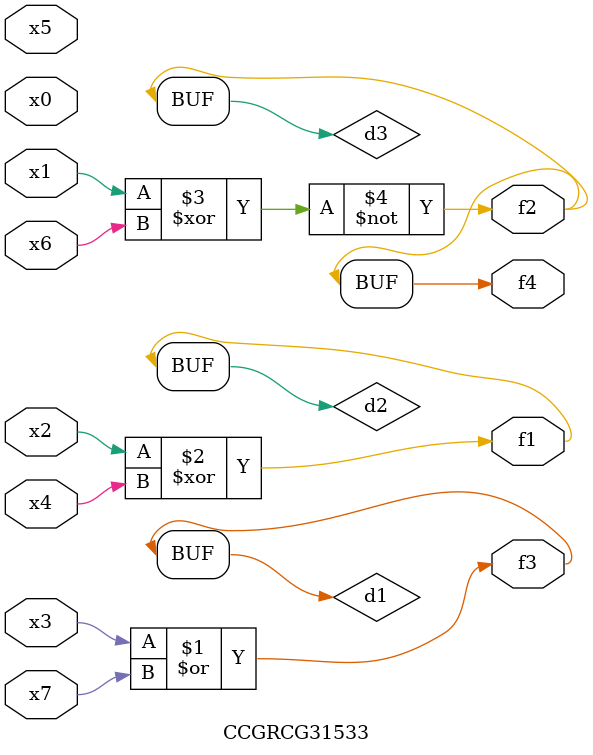
<source format=v>
module CCGRCG31533(
	input x0, x1, x2, x3, x4, x5, x6, x7,
	output f1, f2, f3, f4
);

	wire d1, d2, d3;

	or (d1, x3, x7);
	xor (d2, x2, x4);
	xnor (d3, x1, x6);
	assign f1 = d2;
	assign f2 = d3;
	assign f3 = d1;
	assign f4 = d3;
endmodule

</source>
